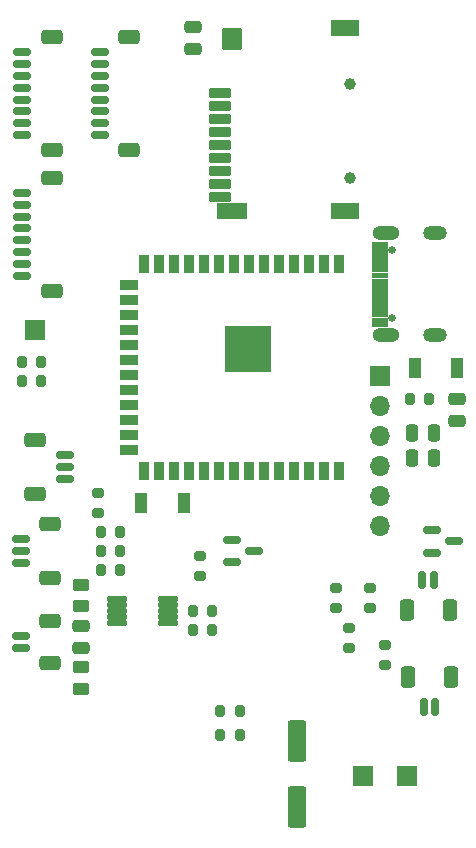
<source format=gbr>
%TF.GenerationSoftware,KiCad,Pcbnew,8.0.5*%
%TF.CreationDate,2024-09-29T17:29:23+02:00*%
%TF.ProjectId,Leiterkarte-v2,4c656974-6572-46b6-9172-74652d76322e,rev?*%
%TF.SameCoordinates,Original*%
%TF.FileFunction,Soldermask,Top*%
%TF.FilePolarity,Negative*%
%FSLAX46Y46*%
G04 Gerber Fmt 4.6, Leading zero omitted, Abs format (unit mm)*
G04 Created by KiCad (PCBNEW 8.0.5) date 2024-09-29 17:29:23*
%MOMM*%
%LPD*%
G01*
G04 APERTURE LIST*
G04 Aperture macros list*
%AMRoundRect*
0 Rectangle with rounded corners*
0 $1 Rounding radius*
0 $2 $3 $4 $5 $6 $7 $8 $9 X,Y pos of 4 corners*
0 Add a 4 corners polygon primitive as box body*
4,1,4,$2,$3,$4,$5,$6,$7,$8,$9,$2,$3,0*
0 Add four circle primitives for the rounded corners*
1,1,$1+$1,$2,$3*
1,1,$1+$1,$4,$5*
1,1,$1+$1,$6,$7*
1,1,$1+$1,$8,$9*
0 Add four rect primitives between the rounded corners*
20,1,$1+$1,$2,$3,$4,$5,0*
20,1,$1+$1,$4,$5,$6,$7,0*
20,1,$1+$1,$6,$7,$8,$9,0*
20,1,$1+$1,$8,$9,$2,$3,0*%
G04 Aperture macros list end*
%ADD10C,0.010000*%
%ADD11RoundRect,0.150000X-0.625000X0.150000X-0.625000X-0.150000X0.625000X-0.150000X0.625000X0.150000X0*%
%ADD12RoundRect,0.250000X-0.650000X0.350000X-0.650000X-0.350000X0.650000X-0.350000X0.650000X0.350000X0*%
%ADD13RoundRect,0.200000X-0.200000X-0.275000X0.200000X-0.275000X0.200000X0.275000X-0.200000X0.275000X0*%
%ADD14RoundRect,0.250000X0.475000X-0.250000X0.475000X0.250000X-0.475000X0.250000X-0.475000X-0.250000X0*%
%ADD15RoundRect,0.150000X0.625000X-0.150000X0.625000X0.150000X-0.625000X0.150000X-0.625000X-0.150000X0*%
%ADD16RoundRect,0.250000X0.650000X-0.350000X0.650000X0.350000X-0.650000X0.350000X-0.650000X-0.350000X0*%
%ADD17RoundRect,0.200000X0.275000X-0.200000X0.275000X0.200000X-0.275000X0.200000X-0.275000X-0.200000X0*%
%ADD18R,1.700000X1.700000*%
%ADD19RoundRect,0.250000X-0.475000X0.250000X-0.475000X-0.250000X0.475000X-0.250000X0.475000X0.250000X0*%
%ADD20R,1.100000X1.800000*%
%ADD21RoundRect,0.250000X-0.250000X-0.475000X0.250000X-0.475000X0.250000X0.475000X-0.250000X0.475000X0*%
%ADD22R,0.900000X1.500000*%
%ADD23R,1.500000X0.900000*%
%ADD24C,0.600000*%
%ADD25R,3.900000X3.900000*%
%ADD26RoundRect,0.250000X0.450000X-0.262500X0.450000X0.262500X-0.450000X0.262500X-0.450000X-0.262500X0*%
%ADD27RoundRect,0.200000X0.200000X0.275000X-0.200000X0.275000X-0.200000X-0.275000X0.200000X-0.275000X0*%
%ADD28RoundRect,0.250000X0.550000X-1.500000X0.550000X1.500000X-0.550000X1.500000X-0.550000X-1.500000X0*%
%ADD29RoundRect,0.150000X-0.587500X-0.150000X0.587500X-0.150000X0.587500X0.150000X-0.587500X0.150000X0*%
%ADD30RoundRect,0.150000X-0.150000X-0.625000X0.150000X-0.625000X0.150000X0.625000X-0.150000X0.625000X0*%
%ADD31RoundRect,0.250000X-0.350000X-0.650000X0.350000X-0.650000X0.350000X0.650000X-0.350000X0.650000X0*%
%ADD32C,0.650000*%
%ADD33O,2.304000X1.204000*%
%ADD34O,2.004000X1.204000*%
%ADD35O,1.700000X1.700000*%
%ADD36RoundRect,0.250000X-0.450000X0.262500X-0.450000X-0.262500X0.450000X-0.262500X0.450000X0.262500X0*%
%ADD37RoundRect,0.200000X-0.275000X0.200000X-0.275000X-0.200000X0.275000X-0.200000X0.275000X0.200000X0*%
%ADD38C,1.000000*%
%ADD39RoundRect,0.102000X0.800000X-0.350000X0.800000X0.350000X-0.800000X0.350000X-0.800000X-0.350000X0*%
%ADD40RoundRect,0.102000X1.200000X-0.600000X1.200000X0.600000X-1.200000X0.600000X-1.200000X-0.600000X0*%
%ADD41RoundRect,0.102000X0.750000X-0.800000X0.750000X0.800000X-0.750000X0.800000X-0.750000X-0.800000X0*%
%ADD42RoundRect,0.102000X1.100000X-0.600000X1.100000X0.600000X-1.100000X0.600000X-1.100000X-0.600000X0*%
%ADD43RoundRect,0.060500X-0.776500X-0.181500X0.776500X-0.181500X0.776500X0.181500X-0.776500X0.181500X0*%
%ADD44RoundRect,0.150000X0.150000X0.625000X-0.150000X0.625000X-0.150000X-0.625000X0.150000X-0.625000X0*%
%ADD45RoundRect,0.250000X0.350000X0.650000X-0.350000X0.650000X-0.350000X-0.650000X0.350000X-0.650000X0*%
G04 APERTURE END LIST*
D10*
%TO.C,USBC1*%
X177470000Y-77250000D02*
X176220000Y-77250000D01*
X176220000Y-76550000D01*
X177470000Y-76550000D01*
X177470000Y-77250000D01*
G36*
X177470000Y-77250000D02*
G01*
X176220000Y-77250000D01*
X176220000Y-76550000D01*
X177470000Y-76550000D01*
X177470000Y-77250000D01*
G37*
X177470000Y-78050000D02*
X176220000Y-78050000D01*
X176220000Y-77350000D01*
X177470000Y-77350000D01*
X177470000Y-78050000D01*
G36*
X177470000Y-78050000D02*
G01*
X176220000Y-78050000D01*
X176220000Y-77350000D01*
X177470000Y-77350000D01*
X177470000Y-78050000D01*
G37*
X177470000Y-78550000D02*
X176220000Y-78550000D01*
X176220000Y-78150000D01*
X177470000Y-78150000D01*
X177470000Y-78550000D01*
G36*
X177470000Y-78550000D02*
G01*
X176220000Y-78550000D01*
X176220000Y-78150000D01*
X177470000Y-78150000D01*
X177470000Y-78550000D01*
G37*
X177470000Y-79050000D02*
X176220000Y-79050000D01*
X176220000Y-78650000D01*
X177470000Y-78650000D01*
X177470000Y-79050000D01*
G36*
X177470000Y-79050000D02*
G01*
X176220000Y-79050000D01*
X176220000Y-78650000D01*
X177470000Y-78650000D01*
X177470000Y-79050000D01*
G37*
X177470000Y-79550000D02*
X176220000Y-79550000D01*
X176220000Y-79150000D01*
X177470000Y-79150000D01*
X177470000Y-79550000D01*
G36*
X177470000Y-79550000D02*
G01*
X176220000Y-79550000D01*
X176220000Y-79150000D01*
X177470000Y-79150000D01*
X177470000Y-79550000D01*
G37*
X177470000Y-80050000D02*
X176220000Y-80050000D01*
X176220000Y-79650000D01*
X177470000Y-79650000D01*
X177470000Y-80050000D01*
G36*
X177470000Y-80050000D02*
G01*
X176220000Y-80050000D01*
X176220000Y-79650000D01*
X177470000Y-79650000D01*
X177470000Y-80050000D01*
G37*
X177470000Y-80550000D02*
X176220000Y-80550000D01*
X176220000Y-80150000D01*
X177470000Y-80150000D01*
X177470000Y-80550000D01*
G36*
X177470000Y-80550000D02*
G01*
X176220000Y-80550000D01*
X176220000Y-80150000D01*
X177470000Y-80150000D01*
X177470000Y-80550000D01*
G37*
X177470000Y-81050000D02*
X176220000Y-81050000D01*
X176220000Y-80650000D01*
X177470000Y-80650000D01*
X177470000Y-81050000D01*
G36*
X177470000Y-81050000D02*
G01*
X176220000Y-81050000D01*
X176220000Y-80650000D01*
X177470000Y-80650000D01*
X177470000Y-81050000D01*
G37*
X177470000Y-81550000D02*
X176220000Y-81550000D01*
X176220000Y-81150000D01*
X177470000Y-81150000D01*
X177470000Y-81550000D01*
G36*
X177470000Y-81550000D02*
G01*
X176220000Y-81550000D01*
X176220000Y-81150000D01*
X177470000Y-81150000D01*
X177470000Y-81550000D01*
G37*
X177470000Y-82050000D02*
X176220000Y-82050000D01*
X176220000Y-81650000D01*
X177470000Y-81650000D01*
X177470000Y-82050000D01*
G36*
X177470000Y-82050000D02*
G01*
X176220000Y-82050000D01*
X176220000Y-81650000D01*
X177470000Y-81650000D01*
X177470000Y-82050000D01*
G37*
X177470000Y-82850000D02*
X176220000Y-82850000D01*
X176220000Y-82150000D01*
X177470000Y-82150000D01*
X177470000Y-82850000D01*
G36*
X177470000Y-82850000D02*
G01*
X176220000Y-82850000D01*
X176220000Y-82150000D01*
X177470000Y-82150000D01*
X177470000Y-82850000D01*
G37*
X177470000Y-83650000D02*
X176220000Y-83650000D01*
X176220000Y-82950000D01*
X177470000Y-82950000D01*
X177470000Y-83650000D01*
G36*
X177470000Y-83650000D02*
G01*
X176220000Y-83650000D01*
X176220000Y-82950000D01*
X177470000Y-82950000D01*
X177470000Y-83650000D01*
G37*
%TD*%
D11*
%TO.C,Speed1*%
X146475000Y-109900000D03*
X146475000Y-110900000D03*
D12*
X149000000Y-108600000D03*
X149000000Y-112200000D03*
%TD*%
D13*
%TO.C,Rrpm2*%
X146575000Y-88300000D03*
X148225000Y-88300000D03*
%TD*%
D14*
%TO.C,Cen1*%
X183400000Y-91750000D03*
X183400000Y-89850000D03*
%TD*%
D13*
%TO.C,Resp1*%
X179425000Y-89850000D03*
X181075000Y-89850000D03*
%TD*%
D15*
%TO.C,TEMP_S1*%
X150225000Y-96600000D03*
X150225000Y-95600000D03*
X150225000Y-94600000D03*
D16*
X147700000Y-97900000D03*
X147700000Y-93300000D03*
%TD*%
D17*
%TO.C,Rspd2*%
X161700000Y-104825000D03*
X161700000Y-103175000D03*
%TD*%
D18*
%TO.C,Vcc1*%
X179200000Y-121800000D03*
%TD*%
D11*
%TO.C,gauges1*%
X146475000Y-101700000D03*
X146475000Y-102700000D03*
X146475000Y-103700000D03*
D12*
X149000000Y-100400000D03*
X149000000Y-105000000D03*
%TD*%
D18*
%TO.C,RPM1*%
X147700000Y-84000000D03*
%TD*%
D19*
%TO.C,Cshld1*%
X161100000Y-58350000D03*
X161100000Y-60250000D03*
%TD*%
D20*
%TO.C,ESP_BOOT1*%
X156700000Y-98650000D03*
X160300000Y-98650000D03*
%TD*%
D17*
%TO.C,Rrind1*%
X176100000Y-107525000D03*
X176100000Y-105875000D03*
%TD*%
D21*
%TO.C,Cesp1*%
X179600000Y-94800000D03*
X181500000Y-94800000D03*
%TD*%
D22*
%TO.C,ESP1*%
X173420000Y-78400000D03*
X172150000Y-78400000D03*
X170880000Y-78400000D03*
X169610000Y-78400000D03*
X168340000Y-78400000D03*
X167070000Y-78400000D03*
X165800000Y-78400000D03*
X164530000Y-78400000D03*
X163260000Y-78400000D03*
X161990000Y-78400000D03*
X160720000Y-78400000D03*
X159450000Y-78400000D03*
X158180000Y-78400000D03*
X156910000Y-78400000D03*
D23*
X155660000Y-80165000D03*
X155660000Y-81435000D03*
X155660000Y-82705000D03*
X155660000Y-83975000D03*
X155660000Y-85245000D03*
X155660000Y-86515000D03*
X155660000Y-87785000D03*
X155660000Y-89055000D03*
X155660000Y-90325000D03*
X155660000Y-91595000D03*
X155660000Y-92865000D03*
X155660000Y-94135000D03*
D22*
X156910000Y-95900000D03*
X158180000Y-95900000D03*
X159450000Y-95900000D03*
X160720000Y-95900000D03*
X161990000Y-95900000D03*
X163260000Y-95900000D03*
X164530000Y-95900000D03*
X165800000Y-95900000D03*
X167070000Y-95900000D03*
X168340000Y-95900000D03*
X169610000Y-95900000D03*
X170880000Y-95900000D03*
X172150000Y-95900000D03*
X173420000Y-95900000D03*
D24*
X166400000Y-84250000D03*
X165000000Y-84250000D03*
X167100000Y-84950000D03*
X165700000Y-84950000D03*
X164300000Y-84950000D03*
X166400000Y-85650000D03*
D25*
X165700000Y-85650000D03*
D24*
X165000000Y-85650000D03*
X167100000Y-86350000D03*
X165700000Y-86350000D03*
X164300000Y-86350000D03*
X166400000Y-87050000D03*
X165000000Y-87050000D03*
%TD*%
D17*
%TO.C,Rlind1*%
X177300000Y-112325000D03*
X177300000Y-110675000D03*
%TD*%
D26*
%TO.C,R2*%
X151600000Y-107400000D03*
X151600000Y-105575000D03*
%TD*%
D27*
%TO.C,Rwtr1*%
X154925000Y-104300000D03*
X153275000Y-104300000D03*
%TD*%
D28*
%TO.C,Cout2*%
X169900000Y-124400000D03*
X169900000Y-118800000D03*
%TD*%
D29*
%TO.C,Qfan1*%
X181275000Y-100950000D03*
X181275000Y-102850000D03*
X183150000Y-101900000D03*
%TD*%
D30*
%TO.C,Indics1*%
X180600000Y-115900000D03*
X181600000Y-115900000D03*
D31*
X179300000Y-113375000D03*
X182900000Y-113375000D03*
%TD*%
D14*
%TO.C,Cmax1*%
X151600000Y-110950000D03*
X151600000Y-109050000D03*
%TD*%
D13*
%TO.C,Rup1*%
X161075000Y-109400000D03*
X162725000Y-109400000D03*
%TD*%
D29*
%TO.C,TEMP_S2*%
X164362500Y-101750000D03*
X164362500Y-103650000D03*
X166237500Y-102700000D03*
%TD*%
D27*
%TO.C,Roil1*%
X154925000Y-102700000D03*
X153275000Y-102700000D03*
%TD*%
%TO.C,Rfuel1*%
X154925000Y-101100000D03*
X153275000Y-101100000D03*
%TD*%
D32*
%TO.C,USBC1*%
X177920000Y-82990000D03*
X177920000Y-77210000D03*
D33*
X177420000Y-84420000D03*
X177420000Y-75780000D03*
D34*
X181600000Y-84420000D03*
X181600000Y-75780000D03*
%TD*%
D18*
%TO.C,Buttons1*%
X176900000Y-87920000D03*
D35*
X176900000Y-90460000D03*
X176900000Y-93000000D03*
X176900000Y-95540000D03*
X176900000Y-98080000D03*
X176900000Y-100620000D03*
%TD*%
D13*
%TO.C,Rspd1*%
X161075000Y-107800000D03*
X162725000Y-107800000D03*
%TD*%
D11*
%TO.C,SPI2*%
X146575000Y-60500000D03*
X146575000Y-61500000D03*
X146575000Y-62500000D03*
X146575000Y-63500000D03*
X146575000Y-64500000D03*
X146575000Y-65500000D03*
X146575000Y-66500000D03*
X146575000Y-67500000D03*
D12*
X149100000Y-59200000D03*
X149100000Y-68800000D03*
%TD*%
D36*
%TO.C,R1*%
X151600000Y-112575000D03*
X151600000Y-114400000D03*
%TD*%
D21*
%TO.C,Cesp2*%
X179600000Y-92700000D03*
X181500000Y-92700000D03*
%TD*%
D20*
%TO.C,ESP_RST1*%
X183470900Y-87230400D03*
X179870900Y-87230400D03*
%TD*%
D17*
%TO.C,Rlind2*%
X174300000Y-110925000D03*
X174300000Y-109275000D03*
%TD*%
D37*
%TO.C,Rboot1*%
X153050000Y-97825000D03*
X153050000Y-99475000D03*
%TD*%
D11*
%TO.C,SPI1*%
X146575000Y-72400000D03*
X146575000Y-73400000D03*
X146575000Y-74400000D03*
X146575000Y-75400000D03*
X146575000Y-76400000D03*
X146575000Y-77400000D03*
X146575000Y-78400000D03*
X146575000Y-79400000D03*
D12*
X149100000Y-71100000D03*
X149100000Y-80700000D03*
%TD*%
D38*
%TO.C,SD1*%
X174350000Y-71150000D03*
X174350000Y-63150000D03*
D39*
X163350000Y-63950000D03*
X163350000Y-65050000D03*
X163350000Y-66150000D03*
X163350000Y-67250000D03*
X163350000Y-68350000D03*
X163350000Y-69450000D03*
X163350000Y-70550000D03*
X163350000Y-71650000D03*
X163350000Y-72750000D03*
D40*
X164350000Y-73950000D03*
D41*
X164400000Y-59350000D03*
D42*
X173950000Y-73950000D03*
X173950000Y-58450000D03*
%TD*%
D13*
%TO.C,Rfbt1*%
X163375000Y-118300000D03*
X165025000Y-118300000D03*
%TD*%
D18*
%TO.C,GND1*%
X175500000Y-121800000D03*
%TD*%
D43*
%TO.C,VRCond1*%
X154680000Y-106800000D03*
X154680000Y-107300000D03*
X154680000Y-107800000D03*
X154680000Y-108300000D03*
X154680000Y-108800000D03*
X158980000Y-108800000D03*
X158980000Y-108300000D03*
X158980000Y-107800000D03*
X158980000Y-107300000D03*
X158980000Y-106800000D03*
%TD*%
D44*
%TO.C,Fan1*%
X181500000Y-105175000D03*
X180500000Y-105175000D03*
D45*
X182800000Y-107700000D03*
X179200000Y-107700000D03*
%TD*%
D13*
%TO.C,Rfbb1*%
X163375000Y-116300000D03*
X165025000Y-116300000D03*
%TD*%
D17*
%TO.C,Rrind2*%
X173200000Y-107525000D03*
X173200000Y-105875000D03*
%TD*%
D11*
%TO.C,SPI3*%
X153175000Y-60500000D03*
X153175000Y-61500000D03*
X153175000Y-62500000D03*
X153175000Y-63500000D03*
X153175000Y-64500000D03*
X153175000Y-65500000D03*
X153175000Y-66500000D03*
X153175000Y-67500000D03*
D12*
X155700000Y-59200000D03*
X155700000Y-68800000D03*
%TD*%
D27*
%TO.C,Rrpm1*%
X148225000Y-86700000D03*
X146575000Y-86700000D03*
%TD*%
M02*

</source>
